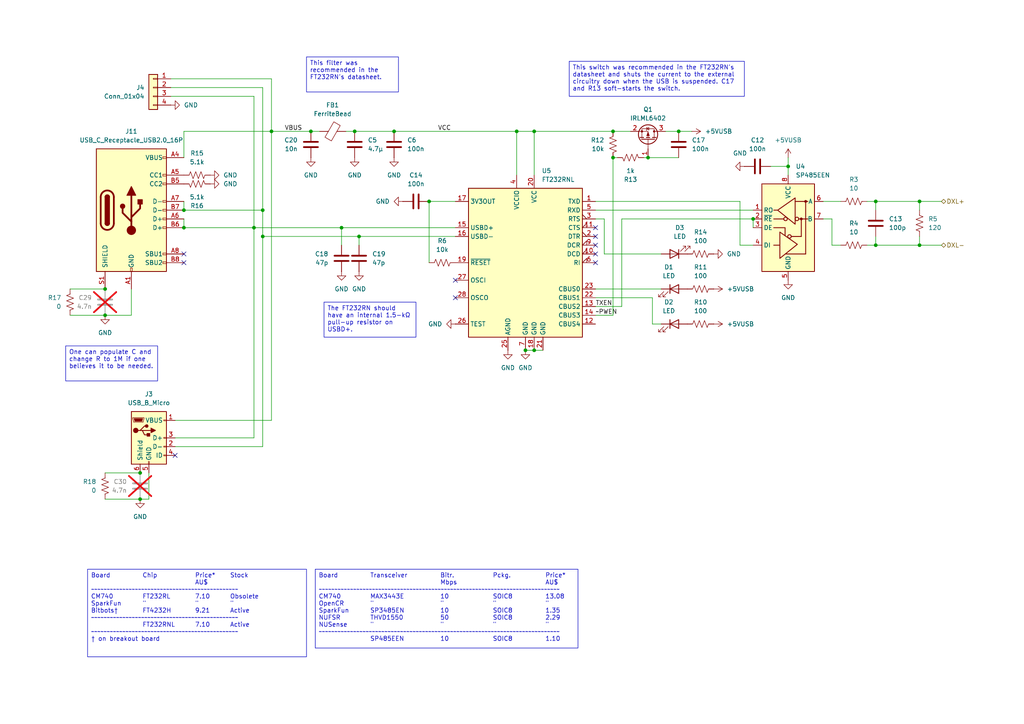
<source format=kicad_sch>
(kicad_sch (version 20231120) (generator "eeschema") (generator_version "8.0")
  (paper "A4")
  (lib_symbols
    (symbol "Connector:USB_B_Micro" (pin_names (offset 1.016))
      (property "Reference" "J" (at -5.08 11.43 0))
      (property "Value" "USB_B_Micro" (at -5.08 8.89 0))
      (symbol "USB_B_Micro_0_1"
        (rectangle (start -5.08 -7.62) (end 5.08 7.62) (stroke (width 0.254)) (fill (type background)))
        (circle (center -3.81 2.159) (radius 0.635) (stroke (width 0.254)) (fill (type outline)))
        (circle (center -0.635 3.429) (radius 0.381) (stroke (width 0.254)) (fill (type outline)))
        (rectangle (start -0.127 -7.62) (end 0.127 -6.858))
        (polyline (pts (xy -1.905 2.159) (xy 0.635 2.159)) (stroke (width 0.254)))
        (polyline (pts (xy -3.175 2.159) (xy -2.54 2.159) (xy -1.27 3.429) (xy -0.635 3.429)) (stroke (width 0.254)))
        (polyline (pts (xy -2.54 2.159) (xy -1.905 2.159) (xy -1.27 0.889) (xy 0 0.889)) (stroke (width 0.254)))
        (polyline (pts (xy 0.635 2.794) (xy 0.635 1.524) (xy 1.905 2.159) (xy 0.635 2.794)) (stroke (width 0.254)) (fill (type outline)))
        (polyline (pts (xy -4.318 5.588) (xy -1.778 5.588) (xy -2.032 4.826) (xy -4.064 4.826) (xy -4.318 5.588)) (fill (type outline)))
        (polyline (pts (xy -4.699 5.842) (xy -4.699 5.588) (xy -4.445 4.826) (xy -4.445 4.572) (xy -1.651 4.572) (xy -1.651 4.826) (xy -1.397 5.588) (xy -1.397 5.842) (xy -4.699 5.842)))
        (rectangle (start 0.254 1.27) (end -0.508 0.508) (stroke (width 0.254)) (fill (type outline)))
        (rectangle (start 5.08 -5.207) (end 4.318 -4.953))
        (rectangle (start 5.08 -2.667) (end 4.318 -2.413))
        (rectangle (start 5.08 -0.127) (end 4.318 0.127))
        (rectangle (start 5.08 4.953) (end 4.318 5.207))
      )
      (symbol "USB_B_Micro_1_1"
        (pin power_out line (at 7.62 5.08 180) (length 2.54) (name "VBUS") (number "1"))
        (pin bidirectional line (at 7.62 -2.54 180) (length 2.54) (name "D-") (number "2"))
        (pin bidirectional line (at 7.62 0 180) (length 2.54) (name "D+") (number "3"))
        (pin passive line (at 7.62 -5.08 180) (length 2.54) (name "ID") (number "4"))
        (pin power_out line (at 0 -10.16 90) (length 2.54) (name "GND") (number "5"))
        (pin passive line (at -2.54 -10.16 90) (length 2.54) (name "Shield") (number "6"))
      )
    )
    (symbol "Connector:USB_C_Receptacle_USB2.0_16P" (pin_names (offset 1.016))
      (property "Reference" "J" (at 0 22.225 0))
      (property "Value" "USB_C_Receptacle_USB2.0_16P" (at 0 19.685 0))
      (symbol "USB_C_Receptacle_USB2.0_16P_0_0"
        (rectangle (start -0.254 -17.78) (end 0.254 -16.764))
        (rectangle (start 10.16 -14.986) (end 9.144 -15.494))
        (rectangle (start 10.16 -12.446) (end 9.144 -12.954))
        (rectangle (start 10.16 -4.826) (end 9.144 -5.334))
        (rectangle (start 10.16 -2.286) (end 9.144 -2.794))
        (rectangle (start 10.16 0.254) (end 9.144 -0.254))
        (rectangle (start 10.16 2.794) (end 9.144 2.286))
        (rectangle (start 10.16 7.874) (end 9.144 7.366))
        (rectangle (start 10.16 10.414) (end 9.144 9.906))
        (rectangle (start 10.16 15.494) (end 9.144 14.986))
      )
      (symbol "USB_C_Receptacle_USB2.0_16P_0_1"
        (rectangle (start -10.16 17.78) (end 10.16 -17.78) (stroke (width 0.254)) (fill (type background)))
        (arc (start -8.89 -3.81) (mid -6.985 -5.7067) (end -5.08 -3.81) (stroke (width 0.508)))
        (arc (start -7.62 -3.81) (mid -6.985 -4.4423) (end -6.35 -3.81) (stroke (width 0.254)))
        (arc (start -7.62 -3.81) (mid -6.985 -4.4423) (end -6.35 -3.81) (stroke (width 0.254)) (fill (type outline)))
        (rectangle (start -7.62 -3.81) (end -6.35 3.81) (stroke (width 0.254)) (fill (type outline)))
        (arc (start -6.35 3.81) (mid -6.985 4.4423) (end -7.62 3.81) (stroke (width 0.254)))
        (arc (start -6.35 3.81) (mid -6.985 4.4423) (end -7.62 3.81) (stroke (width 0.254)) (fill (type outline)))
        (arc (start -5.08 3.81) (mid -6.985 5.7067) (end -8.89 3.81) (stroke (width 0.508)))
        (circle (center -2.54 1.143) (radius 0.635) (stroke (width 0.254)) (fill (type outline)))
        (circle (center 0 -5.842) (radius 1.27) (fill (type outline)))
        (polyline (pts (xy -8.89 -3.81) (xy -8.89 3.81)) (stroke (width 0.508)))
        (polyline (pts (xy -5.08 3.81) (xy -5.08 -3.81)) (stroke (width 0.508)))
        (polyline (pts (xy 0 -5.842) (xy 0 4.318)) (stroke (width 0.508)))
        (polyline (pts (xy 0 -3.302) (xy -2.54 -0.762) (xy -2.54 0.508)) (stroke (width 0.508)))
        (polyline (pts (xy 0 -2.032) (xy 2.54 0.508) (xy 2.54 1.778)) (stroke (width 0.508)))
        (polyline (pts (xy -1.27 4.318) (xy 0 6.858) (xy 1.27 4.318) (xy -1.27 4.318)) (stroke (width 0.254)) (fill (type outline)))
        (rectangle (start 1.905 1.778) (end 3.175 3.048) (stroke (width 0.254)) (fill (type outline)))
      )
      (symbol "USB_C_Receptacle_USB2.0_16P_1_1"
        (pin passive line (at 0 -22.86 90) (length 5.08) (name "GND") (number "A1"))
        (pin passive line (at 0 -22.86 90) (length 5.08) hide (name "GND") (number "A12"))
        (pin passive line (at 15.24 15.24 180) (length 5.08) (name "VBUS") (number "A4"))
        (pin bidirectional line (at 15.24 10.16 180) (length 5.08) (name "CC1") (number "A5"))
        (pin bidirectional line (at 15.24 -2.54 180) (length 5.08) (name "D+") (number "A6"))
        (pin bidirectional line (at 15.24 2.54 180) (length 5.08) (name "D-") (number "A7"))
        (pin bidirectional line (at 15.24 -12.7 180) (length 5.08) (name "SBU1") (number "A8"))
        (pin passive line (at 15.24 15.24 180) (length 5.08) hide (name "VBUS") (number "A9"))
        (pin passive line (at 0 -22.86 90) (length 5.08) hide (name "GND") (number "B1"))
        (pin passive line (at 0 -22.86 90) (length 5.08) hide (name "GND") (number "B12"))
        (pin passive line (at 15.24 15.24 180) (length 5.08) hide (name "VBUS") (number "B4"))
        (pin bidirectional line (at 15.24 7.62 180) (length 5.08) (name "CC2") (number "B5"))
        (pin bidirectional line (at 15.24 -5.08 180) (length 5.08) (name "D+") (number "B6"))
        (pin bidirectional line (at 15.24 0 180) (length 5.08) (name "D-") (number "B7"))
        (pin bidirectional line (at 15.24 -15.24 180) (length 5.08) (name "SBU2") (number "B8"))
        (pin passive line (at 15.24 15.24 180) (length 5.08) hide (name "VBUS") (number "B9"))
        (pin passive line (at -7.62 -22.86 90) (length 5.08) (name "SHIELD") (number "S1"))
      )
    )
    (symbol "Connector_Generic:Conn_01x04" (pin_names (offset 1.016) hide)
      (property "Reference" "J" (at 0 5.08 0))
      (property "Value" "Conn_01x04" (at 0 -7.62 0))
      (symbol "Conn_01x04_1_1"
        (rectangle (start -1.27 -4.953) (end 0 -5.207) (stroke (width 0.1524)))
        (rectangle (start -1.27 -2.413) (end 0 -2.667) (stroke (width 0.1524)))
        (rectangle (start -1.27 0.127) (end 0 -0.127) (stroke (width 0.1524)))
        (rectangle (start -1.27 2.667) (end 0 2.413) (stroke (width 0.1524)))
        (rectangle (start -1.27 3.81) (end 1.27 -6.35) (stroke (width 0.254)) (fill (type background)))
        (pin passive line (at -5.08 2.54 0) (length 3.81) (name "Pin_1") (number "1"))
        (pin passive line (at -5.08 0 0) (length 3.81) (name "Pin_2") (number "2"))
        (pin passive line (at -5.08 -2.54 0) (length 3.81) (name "Pin_3") (number "3"))
        (pin passive line (at -5.08 -5.08 0) (length 3.81) (name "Pin_4") (number "4"))
      )
    )
    (symbol "Device:C" (pin_numbers hide) (pin_names (offset 0.254))
      (property "Reference" "C" (at 0.635 2.54 0))
      (property "Value" "C" (at 0.635 -2.54 0))
      (symbol "C_0_1"
        (polyline (pts (xy -2.032 -0.762) (xy 2.032 -0.762)) (stroke (width 0.508)))
        (polyline (pts (xy -2.032 0.762) (xy 2.032 0.762)) (stroke (width 0.508)))
      )
      (symbol "C_1_1"
        (pin passive line (at 0 3.81 270) (length 2.794) (name "~") (number "1"))
        (pin passive line (at 0 -3.81 90) (length 2.794) (name "~") (number "2"))
      )
    )
    (symbol "Device:FerriteBead" (pin_numbers hide) (pin_names (offset 0))
      (property "Reference" "FB" (at -3.81 0.635 90))
      (property "Value" "FerriteBead" (at 3.81 0 90))
      (symbol "FerriteBead_0_1"
        (polyline (pts (xy 0 -1.27) (xy 0 -1.2192)))
        (polyline (pts (xy 0 1.27) (xy 0 1.2954)))
        (polyline (pts (xy -2.7686 0.4064) (xy -1.7018 2.2606) (xy 2.7686 -0.3048) (xy 1.6764 -2.159) (xy -2.7686 0.4064)))
      )
      (symbol "FerriteBead_1_1"
        (pin passive line (at 0 3.81 270) (length 2.54) (name "~") (number "1"))
        (pin passive line (at 0 -3.81 90) (length 2.54) (name "~") (number "2"))
      )
    )
    (symbol "Device:LED" (pin_numbers hide) (pin_names (offset 1.016) hide)
      (property "Reference" "D" (at 0 2.54 0))
      (property "Value" "LED" (at 0 -2.54 0))
      (symbol "LED_0_1"
        (polyline (pts (xy -1.27 -1.27) (xy -1.27 1.27)) (stroke (width 0.254)))
        (polyline (pts (xy -1.27 0) (xy 1.27 0)))
        (polyline (pts (xy 1.27 -1.27) (xy 1.27 1.27) (xy -1.27 0) (xy 1.27 -1.27)) (stroke (width 0.254)))
        (polyline (pts (xy -3.048 -0.762) (xy -4.572 -2.286) (xy -3.81 -2.286) (xy -4.572 -2.286) (xy -4.572 -1.524)))
        (polyline (pts (xy -1.778 -0.762) (xy -3.302 -2.286) (xy -2.54 -2.286) (xy -3.302 -2.286) (xy -3.302 -1.524)))
      )
      (symbol "LED_1_1"
        (pin passive line (at -3.81 0 0) (length 2.54) (name "K") (number "1"))
        (pin passive line (at 3.81 0 180) (length 2.54) (name "A") (number "2"))
      )
    )
    (symbol "Device:R_US" (pin_numbers hide) (pin_names (offset 0))
      (property "Reference" "R" (at 2.54 0 90))
      (property "Value" "R_US" (at -2.54 0 90))
      (symbol "R_US_0_1"
        (polyline (pts (xy 0 -2.286) (xy 0 -2.54)))
        (polyline (pts (xy 0 2.286) (xy 0 2.54)))
        (polyline (pts (xy 0 -0.762) (xy 1.016 -1.143) (xy 0 -1.524) (xy -1.016 -1.905) (xy 0 -2.286)))
        (polyline (pts (xy 0 0.762) (xy 1.016 0.381) (xy 0 0) (xy -1.016 -0.381) (xy 0 -0.762)))
        (polyline (pts (xy 0 2.286) (xy 1.016 1.905) (xy 0 1.524) (xy -1.016 1.143) (xy 0 0.762)))
      )
      (symbol "R_US_1_1"
        (pin passive line (at 0 3.81 270) (length 1.27) (name "~") (number "1"))
        (pin passive line (at 0 -3.81 90) (length 1.27) (name "~") (number "2"))
      )
    )
    (symbol "Interface_UART:SP3485EN"
      (property "Reference" "U" (at -7.62 13.97 0))
      (property "Value" "SP3485EN" (at 1.905 13.97 0))
      (symbol "SP3485EN_0_1"
        (rectangle (start -7.62 12.7) (end 7.62 -12.7) (stroke (width 0.254)) (fill (type background)))
        (polyline (pts (xy -4.191 2.54) (xy -1.27 2.54)) (stroke (width 0.254)))
        (polyline (pts (xy -2.54 -5.08) (xy -4.191 -5.08)) (stroke (width 0.254)))
        (polyline (pts (xy -0.635 -7.62) (xy 5.08 -7.62)) (stroke (width 0.254)))
        (polyline (pts (xy 0.889 -2.54) (xy 3.81 -2.54)) (stroke (width 0.254)))
        (polyline (pts (xy 2.032 7.62) (xy 5.715 7.62)) (stroke (width 0.254)))
        (polyline (pts (xy 3.048 2.54) (xy 5.715 2.54)) (stroke (width 0.254)))
        (polyline (pts (xy 3.81 -2.54) (xy 3.81 2.54)) (stroke (width 0.254)))
        (polyline (pts (xy 5.08 -7.62) (xy 5.08 7.62)) (stroke (width 0.254)))
        (polyline (pts (xy -4.191 0) (xy -0.889 0) (xy -0.889 -2.286)) (stroke (width 0.254)))
        (polyline (pts (xy -3.175 5.08) (xy -4.191 5.08) (xy -4.064 5.08)) (stroke (width 0.254)))
        (polyline (pts (xy -2.413 -5.08) (xy -2.413 -1.27) (xy 2.667 -4.826) (xy -2.413 -8.89) (xy -2.413 -5.08)) (stroke (width 0.254)))
        (circle (center 0.381 -2.54) (radius 0.508) (stroke (width 0.254)))
        (circle (center 3.81 2.54) (radius 0.2794) (stroke (width 0.254)) (fill (type outline)))
      )
      (symbol "SP3485EN_1_1"
        (circle (center -0.762 2.54) (radius 0.508) (stroke (width 0.254)))
        (polyline (pts (xy 2.032 4.826) (xy 2.032 8.636) (xy -3.048 5.08) (xy 2.032 1.016) (xy 2.032 4.826)) (stroke (width 0.254)))
        (circle (center 2.54 2.54) (radius 0.508) (stroke (width 0.254)))
        (circle (center 5.08 7.62) (radius 0.2794) (stroke (width 0.254)) (fill (type outline)))
        (pin output line (at -10.16 5.08 0) (length 2.54) (name "RO") (number "1"))
        (pin input line (at -10.16 2.54 0) (length 2.54) (name "~{RE}") (number "2"))
        (pin input line (at -10.16 0 0) (length 2.54) (name "DE") (number "3"))
        (pin input line (at -10.16 -5.08 0) (length 2.54) (name "DI") (number "4"))
        (pin power_in line (at 0 -15.24 90) (length 2.54) (name "GND") (number "5"))
        (pin bidirectional line (at 10.16 7.62 180) (length 2.54) (name "A") (number "6"))
        (pin bidirectional line (at 10.16 2.54 180) (length 2.54) (name "B") (number "7"))
        (pin power_in line (at 0 15.24 270) (length 2.54) (name "VCC") (number "8"))
      )
    )
    (symbol "Interface_USB:FT232RL"
      (property "Reference" "U" (at -16.51 22.86 0))
      (property "Value" "FT232RL" (at 10.16 22.86 0))
      (symbol "FT232RL_0_1"
        (rectangle (start -16.51 21.59) (end 16.51 -21.59) (stroke (width 0.254)) (fill (type background)))
      )
      (symbol "FT232RL_1_1"
        (pin output line (at 20.32 17.78 180) (length 3.81) (name "TXD") (number "1"))
        (pin input input_low (at 20.32 2.54 180) (length 3.81) (name "DCD") (number "10"))
        (pin input input_low (at 20.32 10.16 180) (length 3.81) (name "CTS") (number "11"))
        (pin bidirectional line (at 20.32 -17.78 180) (length 3.81) (name "CBUS4") (number "12"))
        (pin bidirectional line (at 20.32 -12.7 180) (length 3.81) (name "CBUS2") (number "13"))
        (pin bidirectional line (at 20.32 -15.24 180) (length 3.81) (name "CBUS3") (number "14"))
        (pin bidirectional line (at -20.32 10.16 0) (length 3.81) (name "USBD+") (number "15"))
        (pin bidirectional line (at -20.32 7.62 0) (length 3.81) (name "USBD-") (number "16"))
        (pin power_out line (at -20.32 17.78 0) (length 3.81) (name "3V3OUT") (number "17"))
        (pin power_in line (at 2.54 -25.4 90) (length 3.81) (name "GND") (number "18"))
        (pin input line (at -20.32 0 0) (length 3.81) (name "~{RESET}") (number "19"))
        (pin output output_low (at 20.32 7.62 180) (length 3.81) (name "DTR") (number "2"))
        (pin power_in line (at 2.54 25.4 270) (length 3.81) (name "VCC") (number "20"))
        (pin power_in line (at 5.08 -25.4 90) (length 3.81) (name "GND") (number "21"))
        (pin bidirectional line (at 20.32 -10.16 180) (length 3.81) (name "CBUS1") (number "22"))
        (pin bidirectional line (at 20.32 -7.62 180) (length 3.81) (name "CBUS0") (number "23"))
        (pin power_in line (at -5.08 -25.4 90) (length 3.81) (name "AGND") (number "25"))
        (pin input line (at -20.32 -17.78 0) (length 3.81) (name "TEST") (number "26"))
        (pin input line (at -20.32 -5.08 0) (length 3.81) (name "OSCI") (number "27"))
        (pin output line (at -20.32 -10.16 0) (length 3.81) (name "OSCO") (number "28"))
        (pin output output_low (at 20.32 12.7 180) (length 3.81) (name "RTS") (number "3"))
        (pin power_in line (at -2.54 25.4 270) (length 3.81) (name "VCCIO") (number "4"))
        (pin input line (at 20.32 15.24 180) (length 3.81) (name "RXD") (number "5"))
        (pin input input_low (at 20.32 0 180) (length 3.81) (name "RI") (number "6"))
        (pin power_in line (at 0 -25.4 90) (length 3.81) (name "GND") (number "7"))
        (pin input input_low (at 20.32 5.08 180) (length 3.81) (name "DCR") (number "9"))
      )
    )
    (symbol "Transistor_FET:IRLML6402" (pin_names hide)
      (property "Reference" "Q" (at 5.08 1.905 0))
      (property "Value" "IRLML6402" (at 5.08 0 0))
      (symbol "IRLML6402_0_1"
        (polyline (pts (xy 0.254 0) (xy -2.54 0)))
        (polyline (pts (xy 0.254 1.905) (xy 0.254 -1.905)) (stroke (width 0.254)))
        (polyline (pts (xy 0.762 -1.27) (xy 0.762 -2.286)) (stroke (width 0.254)))
        (polyline (pts (xy 0.762 0.508) (xy 0.762 -0.508)) (stroke (width 0.254)))
        (polyline (pts (xy 0.762 2.286) (xy 0.762 1.27)) (stroke (width 0.254)))
        (polyline (pts (xy 2.54 2.54) (xy 2.54 1.778)))
        (polyline (pts (xy 2.54 -2.54) (xy 2.54 0) (xy 0.762 0)))
        (polyline (pts (xy 0.762 1.778) (xy 3.302 1.778) (xy 3.302 -1.778) (xy 0.762 -1.778)))
        (polyline (pts (xy 2.286 0) (xy 1.27 0.381) (xy 1.27 -0.381) (xy 2.286 0)) (fill (type outline)))
        (polyline (pts (xy 2.794 -0.508) (xy 2.921 -0.381) (xy 3.683 -0.381) (xy 3.81 -0.254)))
        (polyline (pts (xy 3.302 -0.381) (xy 2.921 0.254) (xy 3.683 0.254) (xy 3.302 -0.381)))
        (circle (center 1.651 0) (radius 2.794) (stroke (width 0.254)))
        (circle (center 2.54 -1.778) (radius 0.254) (fill (type outline)))
        (circle (center 2.54 1.778) (radius 0.254) (fill (type outline)))
      )
      (symbol "IRLML6402_1_1"
        (pin input line (at -5.08 0 0) (length 2.54) (name "G") (number "1"))
        (pin passive line (at 2.54 -5.08 90) (length 2.54) (name "S") (number "2"))
        (pin passive line (at 2.54 5.08 270) (length 2.54) (name "D") (number "3"))
      )
    )
    (symbol "power:+3.3VP" (power) (pin_numbers hide) (pin_names (offset 0) hide)
      (property "Value" "+3.3VP" (at 0 3.556 0))
      (symbol "+3.3VP_0_0"
        (pin power_in line (at 0 0 90) (length 0) (name "~") (number "1"))
      )
      (symbol "+3.3VP_0_1"
        (polyline (pts (xy -0.762 1.27) (xy 0 2.54)))
        (polyline (pts (xy 0 0) (xy 0 2.54)))
        (polyline (pts (xy 0 2.54) (xy 0.762 1.27)))
      )
    )
    (symbol "power:GND" (power) (pin_numbers hide) (pin_names (offset 0) hide)
      (property "Value" "GND" (at 0 -3.81 0))
      (symbol "GND_0_1"
        (polyline (pts (xy 0 0) (xy 0 -1.27) (xy 1.27 -1.27) (xy 0 -2.54) (xy -1.27 -1.27) (xy 0 -1.27)))
      )
      (symbol "GND_1_1"
        (pin power_in line (at 0 0 270) (length 0) (name "~") (number "1"))
      )
    )
  )
  (junction (at 102.87 38.1))
  (junction (at 76.2 68.58))
  (junction (at 73.66 66.04))
  (junction (at 254 58.42))
  (junction (at 90.17 38.1))
  (junction (at 266.7 71.12))
  (junction (at 30.48 83.82))
  (junction (at 154.94 38.1))
  (junction (at 30.48 91.44))
  (junction (at 40.64 144.78))
  (junction (at 187.96 45.72))
  (junction (at 114.3 38.1))
  (junction (at 78.74 38.1))
  (junction (at 218.44 63.5))
  (junction (at 228.6 48.26))
  (junction (at 254 71.12))
  (junction (at 266.7 58.42))
  (junction (at 99.06 66.04))
  (junction (at 149.86 38.1))
  (junction (at 40.64 137.16))
  (junction (at 154.94 101.6))
  (junction (at 53.34 60.96))
  (junction (at 76.2 60.96))
  (junction (at 177.8 45.72))
  (junction (at 177.8 38.1))
  (junction (at 152.4 101.6))
  (junction (at 196.85 38.1))
  (junction (at 53.34 66.04))
  (junction (at 104.14 68.58))
  (junction (at 124.46 58.42))
  (no_connect (at 172.72 68.58))
  (no_connect (at 172.72 73.66))
  (no_connect (at 172.72 66.04))
  (no_connect (at 53.34 73.66))
  (no_connect (at 53.34 76.2))
  (no_connect (at 132.08 86.36))
  (no_connect (at 132.08 81.28))
  (no_connect (at 172.72 71.12))
  (no_connect (at 50.8 132.08))
  (no_connect (at 172.72 76.2))
  (wire (pts (xy 50.8 129.54) (xy 76.2 129.54)))
  (wire (pts (xy 38.1 83.82) (xy 38.1 91.44)))
  (wire (pts (xy 49.53 25.4) (xy 76.2 25.4)))
  (wire (pts (xy 254 58.42) (xy 266.7 58.42)))
  (wire (pts (xy 154.94 101.6) (xy 157.48 101.6)))
  (wire (pts (xy 76.2 25.4) (xy 76.2 60.96)))
  (wire (pts (xy 241.3 71.12) (xy 243.84 71.12)))
  (wire (pts (xy 266.7 58.42) (xy 273.05 58.42)))
  (wire (pts (xy 49.53 27.94) (xy 73.66 27.94)))
  (wire (pts (xy 154.94 38.1) (xy 154.94 50.8)))
  (wire (pts (xy 251.46 71.12) (xy 254 71.12)))
  (wire (pts (xy 99.06 66.04) (xy 132.08 66.04)))
  (wire (pts (xy 40.64 144.78) (xy 43.18 144.78)))
  (wire (pts (xy 38.1 91.44) (xy 30.48 91.44)))
  (wire (pts (xy 30.48 137.16) (xy 40.64 137.16)))
  (wire (pts (xy 78.74 38.1) (xy 90.17 38.1)))
  (wire (pts (xy 53.34 38.1) (xy 78.74 38.1)))
  (wire (pts (xy 172.72 60.96) (xy 218.44 60.96)))
  (wire (pts (xy 73.66 27.94) (xy 73.66 66.04)))
  (wire (pts (xy 266.7 58.42) (xy 266.7 60.96)))
  (wire (pts (xy 214.63 71.12) (xy 218.44 71.12)))
  (wire (pts (xy 238.76 63.5) (xy 241.3 63.5)))
  (wire (pts (xy 104.14 68.58) (xy 76.2 68.58)))
  (wire (pts (xy 196.85 38.1) (xy 200.66 38.1)))
  (wire (pts (xy 189.23 93.98) (xy 191.77 93.98)))
  (wire (pts (xy 228.6 45.72) (xy 228.6 48.26)))
  (wire (pts (xy 20.32 83.82) (xy 30.48 83.82)))
  (wire (pts (xy 218.44 63.5) (xy 218.44 66.04)))
  (wire (pts (xy 30.48 144.78) (xy 40.64 144.78)))
  (wire (pts (xy 172.72 83.82) (xy 191.77 83.82)))
  (wire (pts (xy 238.76 58.42) (xy 243.84 58.42)))
  (wire (pts (xy 154.94 38.1) (xy 177.8 38.1)))
  (wire (pts (xy 180.34 63.5) (xy 180.34 88.9)))
  (wire (pts (xy 187.96 45.72) (xy 196.85 45.72)))
  (wire (pts (xy 149.86 38.1) (xy 149.86 50.8)))
  (wire (pts (xy 254 58.42) (xy 254 60.96)))
  (wire (pts (xy 177.8 38.1) (xy 182.88 38.1)))
  (wire (pts (xy 114.3 38.1) (xy 149.86 38.1)))
  (wire (pts (xy 124.46 58.42) (xy 124.46 76.2)))
  (wire (pts (xy 180.34 88.9) (xy 172.72 88.9)))
  (wire (pts (xy 124.46 58.42) (xy 132.08 58.42)))
  (wire (pts (xy 223.52 48.26) (xy 228.6 48.26)))
  (wire (pts (xy 266.7 71.12) (xy 273.05 71.12)))
  (wire (pts (xy 78.74 22.86) (xy 78.74 38.1)))
  (wire (pts (xy 43.18 144.78) (xy 43.18 137.16)))
  (wire (pts (xy 50.8 127) (xy 73.66 127)))
  (wire (pts (xy 73.66 127) (xy 73.66 66.04)))
  (wire (pts (xy 53.34 66.04) (xy 73.66 66.04)))
  (wire (pts (xy 175.26 73.66) (xy 191.77 73.66)))
  (wire (pts (xy 152.4 101.6) (xy 154.94 101.6)))
  (wire (pts (xy 172.72 91.44) (xy 177.8 91.44)))
  (wire (pts (xy 90.17 38.1) (xy 92.71 38.1)))
  (wire (pts (xy 266.7 68.58) (xy 266.7 71.12)))
  (wire (pts (xy 214.63 58.42) (xy 214.63 71.12)))
  (wire (pts (xy 49.53 22.86) (xy 78.74 22.86)))
  (wire (pts (xy 193.04 38.1) (xy 196.85 38.1)))
  (wire (pts (xy 175.26 63.5) (xy 175.26 73.66)))
  (wire (pts (xy 254 71.12) (xy 266.7 71.12)))
  (wire (pts (xy 251.46 58.42) (xy 254 58.42)))
  (wire (pts (xy 99.06 66.04) (xy 99.06 71.12)))
  (wire (pts (xy 189.23 86.36) (xy 189.23 93.98)))
  (wire (pts (xy 53.34 38.1) (xy 53.34 45.72)))
  (wire (pts (xy 100.33 38.1) (xy 102.87 38.1)))
  (wire (pts (xy 104.14 68.58) (xy 104.14 71.12)))
  (wire (pts (xy 172.72 63.5) (xy 175.26 63.5)))
  (wire (pts (xy 172.72 86.36) (xy 189.23 86.36)))
  (wire (pts (xy 53.34 63.5) (xy 53.34 66.04)))
  (wire (pts (xy 102.87 38.1) (xy 114.3 38.1)))
  (wire (pts (xy 254 68.58) (xy 254 71.12)))
  (wire (pts (xy 76.2 60.96) (xy 53.34 60.96)))
  (wire (pts (xy 228.6 48.26) (xy 228.6 50.8)))
  (wire (pts (xy 180.34 63.5) (xy 218.44 63.5)))
  (wire (pts (xy 78.74 121.92) (xy 78.74 38.1)))
  (wire (pts (xy 20.32 91.44) (xy 30.48 91.44)))
  (wire (pts (xy 50.8 121.92) (xy 78.74 121.92)))
  (wire (pts (xy 53.34 58.42) (xy 53.34 60.96)))
  (wire (pts (xy 177.8 91.44) (xy 177.8 45.72)))
  (wire (pts (xy 73.66 66.04) (xy 99.06 66.04)))
  (wire (pts (xy 177.8 45.72) (xy 179.07 45.72)))
  (wire (pts (xy 186.69 45.72) (xy 187.96 45.72)))
  (wire (pts (xy 149.86 38.1) (xy 154.94 38.1)))
  (wire (pts (xy 104.14 68.58) (xy 132.08 68.58)))
  (wire (pts (xy 241.3 63.5) (xy 241.3 71.12)))
  (wire (pts (xy 76.2 68.58) (xy 76.2 129.54)))
  (wire (pts (xy 76.2 68.58) (xy 76.2 60.96)))
  (wire (pts (xy 172.72 58.42) (xy 214.63 58.42)))
  (text_box "Board		Transceiver		Bitr.		Pckg.		Price*\n							Mbps					AU$	\n~~~~~~~~~~~~~~~~~~~~~~~~~~~~~~~~~~~~~~~~~~~~~~~~~~~~~~~~~~~~~~~~~~~~~~~~~~~~~\nCM740		MAX3443E		10			SOIC8		13.08\nOpenCR		\"				\"			\"			\"\nSparkFun	SP3485EN		10			SOIC8		1.35\nNUFSR		THVD1550		50			SOIC8		2.29\nNUSense		\"				\"			\"			\"\n~~~~~~~~~~~~~~~~~~~~~~~~~~~~~~~~~~~~~~~~~~~~~~~~~~~~~~~~~~~~~~~~~~~~~~~~~~~~~\n			SP485EEN		10			SOIC8		1.10" (at 91.44 165.1 0) (size 76.2 22.86) (effects (font (size 1.27 1.27)) (justify left top)))
  (text_box "The FT232RN should have an internal 1.5-kΩ pull-up resistor on USBD+. " (at 93.98 87.63 0) (size 26.67 10.16) (effects (font (size 1.27 1.27)) (justify left top)))
  (text_box "This filter was recommended in the FT232RN's datasheet." (at 88.9 16.51 0) (size 26.67 10.16) (effects (font (size 1.27 1.27)) (justify left top)))
  (text_box "This switch was recommended in the FT232RN's datasheet and shuts the current to the external circuitry down when the USB is suspended. C17 and R13 soft-starts the switch." (at 165.1 17.78 0) (size 50.8 10.16) (effects (font (size 1.27 1.27)) (justify left top)))
  (text_box "Board		Chip		Price*	Stock\n						AU$	\n~~~~~~~~~~~~~~~~~~~~~~~~~~~~~~~~~~~~~~~~~~~~~~~\nCM740		FT232RL		7.10	Obsolete\nSparkFun	\"			\"		\"\nBitbots†	FT4232H		9.21	Active\n~~~~~~~~~~~~~~~~~~~~~~~~~~~~~~~~~~~~~~~~~~~~~~~\n			FT232RNL	7.10	Active\n~~~~~~~~~~~~~~~~~~~~~~~~~~~~~~~~~~~~~~~~~~~~~~~\n† on breakout board" (at 25.4 165.1 0) (size 63.5 25.4) (effects (font (size 1.27 1.27)) (justify left top)))
  (text_box "One can populate C and change R to 1M if one believes it to be needed." (at 19.05 100.33 0) (size 26.67 10.16) (effects (font (size 1.27 1.27)) (justify left top)))
  (label "TXEN" (at 172.72 88.9 0))
  (label "~PWEN" (at 172.72 91.44 0))
  (label "VBUS" (at 82.55 38.1 0))
  (label "VCC" (at 127 38.1 0))
  (hierarchical_label "DXL+" (shape tri_state) (at 273.05 58.42 0))
  (hierarchical_label "DXL-" (shape tri_state) (at 273.05 71.12 0))
  (symbol (lib_id "Device:R_US") (at 128.27 76.2 90) (unit 1)
    (property "Reference" "R6" (at 128.27 69.85 90))
    (property "Value" "10k" (at 128.27 72.39 90))
    (property "Footprint" "Resistor_SMD:R_0603_1608Metric" (effects (hide yes)))
    (property "Description" "Resistor, US symbol" (effects (hide yes)))
  )
  (symbol (lib_id "Connector:USB_C_Receptacle_USB2.0_16P") (at 38.1 60.96 0) (unit 1)
    (property "Reference" "J11" (at 38.1 38.1 0))
    (property "Value" "USB_C_Receptacle_USB2.0_16P" (at 38.1 40.64 0))
    (property "Footprint" "Connector_USB:USB_C_Receptacle_GCT_USB4105-xx-A_16P_TopMnt_Horizontal" (effects (hide yes)))
    (property "Datasheet" "https://www.usb.org/sites/default/files/documents/usb_type-c.zip" (effects (hide yes)))
    (property "Description" "USB 2.0-only 16P Type-C Receptacle connector" (effects (hide yes)))
  )
  (symbol (lib_id "Device:C") (at 254 64.77 0) (unit 1)
    (property "Reference" "C13" (at 257.81 63.4999 0) (effects (justify left)))
    (property "Value" "100p" (at 257.81 66.0399 0) (effects (justify left)))
    (property "Footprint" "Capacitor_SMD:C_0603_1608Metric" (effects (hide yes)))
    (property "Description" "Unpolarized capacitor" (effects (hide yes)))
  )
  (symbol (lib_id "Device:C") (at 114.3 41.91 180) (unit 1)
    (property "Reference" "C6" (at 118.11 40.6399 0) (effects (justify right)))
    (property "Value" "100n" (at 118.11 43.1799 0) (effects (justify right)))
    (property "Footprint" "Capacitor_SMD:C_0603_1608Metric" (effects (hide yes)))
    (property "Description" "Unpolarized capacitor" (effects (hide yes)))
  )
  (symbol (lib_id "power:+3.3VP") (at 228.6 45.72 0) (unit 1)
    (property "Reference" "#PWR023" (effects (hide yes)))
    (property "Value" "+5VUSB" (at 228.6 40.64 0))
    (property "Description" "Power symbol creates a global label with name \"+3.3VP\"" (effects (hide yes)))
  )
  (symbol (lib_id "power:GND") (at 228.6 81.28 0) (unit 1)
    (property "Reference" "#PWR026" (effects (hide yes)))
    (property "Value" "GND" (at 228.6 86.36 0))
    (property "Description" "Power symbol creates a global label with name \"GND\" , ground" (effects (hide yes)))
  )
  (symbol (lib_id "Device:R_US") (at 57.15 53.34 270) (mirror x) (unit 1)
    (property "Reference" "R16" (at 57.15 59.69 90))
    (property "Value" "5.1k" (at 57.15 57.15 90))
    (property "Footprint" "Resistor_SMD:R_0201_0603Metric" (effects (hide yes)))
    (property "Description" "Resistor, US symbol" (effects (hide yes)))
  )
  (symbol (lib_id "Device:LED") (at 195.58 83.82 0) (unit 1)
    (property "Reference" "D1" (at 193.9925 77.47 0))
    (property "Value" "LED" (at 193.9925 80.01 0))
    (property "Footprint" "LED_SMD:LED_0805_2012Metric" (effects (hide yes)))
    (property "Description" "Light emitting diode" (effects (hide yes)))
  )
  (symbol (lib_id "Device:C") (at 219.71 48.26 270) (unit 1)
    (property "Reference" "C12" (at 219.71 40.64 90))
    (property "Value" "100n" (at 219.71 43.18 90))
    (property "Footprint" "Capacitor_SMD:C_0603_1608Metric" (effects (hide yes)))
    (property "Description" "Unpolarized capacitor" (effects (hide yes)))
  )
  (symbol (lib_id "power:GND") (at 152.4 101.6 0) (unit 1)
    (property "Reference" "#PWR027" (effects (hide yes)))
    (property "Value" "GND" (at 152.4 106.68 0))
    (property "Description" "Power symbol creates a global label with name \"GND\" , ground" (effects (hide yes)))
  )
  (symbol (lib_id "Device:C") (at 196.85 41.91 0) (unit 1)
    (property "Reference" "C17" (at 200.66 40.6399 0) (effects (justify left)))
    (property "Value" "100n" (at 200.66 43.1799 0) (effects (justify left)))
    (property "Footprint" "Capacitor_SMD:C_0603_1608Metric" (effects (hide yes)))
    (property "Description" "Unpolarized capacitor" (effects (hide yes)))
  )
  (symbol (lib_id "Device:FerriteBead") (at 96.52 38.1 90) (unit 1)
    (property "Reference" "FB1" (at 96.4692 30.48 90))
    (property "Value" "FerriteBead" (at 96.4692 33.02 90))
    (property "Footprint" "Inductor_SMD:L_0603_1608Metric" (effects (hide yes)))
    (property "Description" "Ferrite bead" (effects (hide yes)))
  )
  (symbol (lib_id "Device:C") (at 102.87 41.91 180) (unit 1)
    (property "Reference" "C5" (at 106.68 40.6399 0) (effects (justify right)))
    (property "Value" "4.7μ" (at 106.68 43.1799 0) (effects (justify right)))
    (property "Footprint" "Capacitor_SMD:C_0805_2012Metric" (effects (hide yes)))
    (property "Description" "Unpolarized capacitor" (effects (hide yes)))
  )
  (symbol (lib_id "Interface_USB:FT232RL") (at 152.4 76.2 0) (unit 1)
    (property "Reference" "U5" (at 157.1341 49.53 0) (effects (justify left)))
    (property "Value" "FT232RNL" (at 157.1341 52.07 0) (effects (justify left)))
    (property "Footprint" "Package_SO:SSOP-28_5.3x10.2mm_P0.65mm" (effects (hide yes)))
    (property "Datasheet" "https://www.ftdichip.com/Support/Documents/DataSheets/ICs/DS_FT232R.pdf" (effects (hide yes)))
    (property "Description" "USB to Serial Interface, SSOP-28" (effects (hide yes)))
  )
  (symbol (lib_id "power:GND") (at 40.64 144.78 0) (unit 1)
    (property "Reference" "#PWR055" (effects (hide yes)))
    (property "Value" "GND" (at 40.64 149.86 0))
    (property "Description" "Power symbol creates a global label with name \"GND\" , ground" (effects (hide yes)))
  )
  (symbol (lib_id "power:GND") (at 147.32 101.6 0) (unit 1)
    (property "Reference" "#PWR028" (effects (hide yes)))
    (property "Value" "GND" (at 147.32 106.68 0))
    (property "Description" "Power symbol creates a global label with name \"GND\" , ground" (effects (hide yes)))
  )
  (symbol (lib_id "Device:R_US") (at 203.2 93.98 90) (unit 1)
    (property "Reference" "R10" (at 203.2 87.63 90))
    (property "Value" "100" (at 203.2 90.17 90))
    (property "Footprint" "Resistor_SMD:R_0201_0603Metric" (effects (hide yes)))
    (property "Description" "Resistor, US symbol" (effects (hide yes)))
  )
  (symbol (lib_id "Connector_Generic:Conn_01x04") (at 44.45 25.4 0) (mirror y) (unit 1)
    (property "Reference" "J4" (at 41.91 25.3999 0) (effects (justify left)))
    (property "Value" "Conn_01x04" (at 41.91 27.9399 0) (effects (justify left)))
    (property "Footprint" "Connector_Molex:Molex_PicoBlade_53047-0410_1x04_P1.25mm_Vertical" (effects (hide yes)))
    (property "Description" "Generic connector, single row, 01x04, script generated (kicad-library-utils/schlib/autogen/connector/)" (effects (hide yes)))
  )
  (symbol (lib_id "power:GND") (at 132.08 93.98 270) (unit 1)
    (property "Reference" "#PWR032" (effects (hide yes)))
    (property "Value" "GND" (at 128.27 93.9799 90) (effects (justify right)))
    (property "Description" "Power symbol creates a global label with name \"GND\" , ground" (effects (hide yes)))
  )
  (symbol (lib_id "Device:C") (at 90.17 41.91 0) (mirror x) (unit 1)
    (property "Reference" "C20" (at 86.36 40.6399 0) (effects (justify right)))
    (property "Value" "10n" (at 86.36 43.1799 0) (effects (justify right)))
    (property "Footprint" "Capacitor_SMD:C_0603_1608Metric" (effects (hide yes)))
    (property "Description" "Unpolarized capacitor" (effects (hide yes)))
  )
  (symbol (lib_id "Device:R_US") (at 266.7 64.77 0) (unit 1)
    (property "Reference" "R5" (at 269.24 63.4999 0) (effects (justify left)))
    (property "Value" "120" (at 269.24 66.0399 0) (effects (justify left)))
    (property "Footprint" "Resistor_SMD:R_0603_1608Metric" (effects (hide yes)))
    (property "Description" "Resistor, US symbol" (effects (hide yes)))
  )
  (symbol (lib_id "Device:R_US") (at 247.65 58.42 90) (unit 1)
    (property "Reference" "R3" (at 247.65 52.07 90))
    (property "Value" "10" (at 247.65 54.61 90))
    (property "Footprint" "Resistor_SMD:R_0603_1608Metric" (effects (hide yes)))
    (property "Description" "Resistor, US symbol" (effects (hide yes)))
  )
  (symbol (lib_id "Connector:USB_B_Micro") (at 43.18 127 0) (unit 1)
    (property "Reference" "J3" (at 43.18 114.3 0))
    (property "Value" "USB_B_Micro" (at 43.18 116.84 0))
    (property "Footprint" "Connector_USB:USB_Micro-B_GCT_USB3076-30-A" (effects (hide yes)))
    (property "Description" "USB Micro Type B connector" (effects (hide yes)))
  )
  (symbol (lib_id "Device:R_US") (at 30.48 140.97 0) (mirror y) (unit 1)
    (property "Reference" "R18" (at 27.94 139.6999 0) (effects (justify left)))
    (property "Value" "0" (at 27.94 142.2399 0) (effects (justify left)))
    (property "Footprint" "Resistor_SMD:R_0603_1608Metric" (effects (hide yes)))
    (property "Description" "Resistor, US symbol" (effects (hide yes)))
  )
  (symbol (lib_id "Device:R_US") (at 247.65 71.12 90) (unit 1)
    (property "Reference" "R4" (at 247.65 64.77 90))
    (property "Value" "10" (at 247.65 67.31 90))
    (property "Footprint" "Resistor_SMD:R_0603_1608Metric" (effects (hide yes)))
    (property "Description" "Resistor, US symbol" (effects (hide yes)))
  )
  (symbol (lib_id "Device:C") (at 40.64 140.97 0) (mirror x) (unit 1) (dnp yes)
    (property "Reference" "C30" (at 36.83 139.6999 0) (effects (justify right)))
    (property "Value" "4.7n" (at 36.83 142.2399 0) (effects (justify right)))
    (property "Footprint" "Capacitor_SMD:C_0603_1608Metric" (effects (hide yes)))
    (property "Description" "Unpolarized capacitor" (effects (hide yes)))
  )
  (symbol (lib_id "Device:C") (at 30.48 87.63 0) (mirror x) (unit 1) (dnp yes)
    (property "Reference" "C29" (at 26.67 86.3599 0) (effects (justify right)))
    (property "Value" "4.7n" (at 26.67 88.8999 0) (effects (justify right)))
    (property "Footprint" "Capacitor_SMD:C_0603_1608Metric" (effects (hide yes)))
    (property "Description" "Unpolarized capacitor" (effects (hide yes)))
  )
  (symbol (lib_id "power:GND") (at 114.3 45.72 0) (unit 1)
    (property "Reference" "#PWR011" (effects (hide yes)))
    (property "Value" "GND" (at 114.3 50.8 0))
    (property "Description" "Power symbol creates a global label with name \"GND\" , ground" (effects (hide yes)))
  )
  (symbol (lib_id "power:GND") (at 60.96 50.8 90) (unit 1)
    (property "Reference" "#PWR031" (effects (hide yes)))
    (property "Value" "GND" (at 64.77 50.7999 90) (effects (justify right)))
    (property "Description" "Power symbol creates a global label with name \"GND\" , ground" (effects (hide yes)))
  )
  (symbol (lib_id "power:GND") (at 207.01 73.66 90) (unit 1)
    (property "Reference" "#PWR037" (effects (hide yes)))
    (property "Value" "GND" (at 210.82 73.6599 90) (effects (justify right)))
    (property "Description" "Power symbol creates a global label with name \"GND\" , ground" (effects (hide yes)))
  )
  (symbol (lib_id "power:GND") (at 30.48 91.44 0) (unit 1)
    (property "Reference" "#PWR054" (effects (hide yes)))
    (property "Value" "GND" (at 30.48 96.52 0))
    (property "Description" "Power symbol creates a global label with name \"GND\" , ground" (effects (hide yes)))
  )
  (symbol (lib_id "power:GND") (at 60.96 53.34 90) (unit 1)
    (property "Reference" "#PWR053" (effects (hide yes)))
    (property "Value" "GND" (at 64.77 53.3399 90) (effects (justify right)))
    (property "Description" "Power symbol creates a global label with name \"GND\" , ground" (effects (hide yes)))
  )
  (symbol (lib_id "Device:C") (at 120.65 58.42 90) (unit 1)
    (property "Reference" "C14" (at 120.65 50.8 90))
    (property "Value" "100n" (at 120.65 53.34 90))
    (property "Footprint" "Capacitor_SMD:C_0603_1608Metric" (effects (hide yes)))
    (property "Description" "Unpolarized capacitor" (effects (hide yes)))
  )
  (symbol (lib_id "Device:R_US") (at 203.2 83.82 90) (unit 1)
    (property "Reference" "R11" (at 203.2 77.47 90))
    (property "Value" "100" (at 203.2 80.01 90))
    (property "Footprint" "Resistor_SMD:R_0201_0603Metric" (effects (hide yes)))
    (property "Description" "Resistor, US symbol" (effects (hide yes)))
  )
  (symbol (lib_id "Device:C") (at 104.14 74.93 180) (unit 1)
    (property "Reference" "C19" (at 107.95 73.6599 0) (effects (justify right)))
    (property "Value" "47p" (at 107.95 76.1999 0) (effects (justify right)))
    (property "Footprint" "Capacitor_SMD:C_0603_1608Metric" (effects (hide yes)))
    (property "Description" "Unpolarized capacitor" (effects (hide yes)))
  )
  (symbol (lib_id "Device:R_US") (at 20.32 87.63 0) (mirror y) (unit 1)
    (property "Reference" "R17" (at 17.78 86.3599 0) (effects (justify left)))
    (property "Value" "0" (at 17.78 88.8999 0) (effects (justify left)))
    (property "Footprint" "Resistor_SMD:R_0603_1608Metric" (effects (hide yes)))
    (property "Description" "Resistor, US symbol" (effects (hide yes)))
  )
  (symbol (lib_id "power:+3.3VP") (at 207.01 93.98 270) (unit 1)
    (property "Reference" "#PWR029" (effects (hide yes)))
    (property "Value" "+5VUSB" (at 210.82 93.9799 90) (effects (justify left)))
    (property "Description" "Power symbol creates a global label with name \"+3.3VP\"" (effects (hide yes)))
  )
  (symbol (lib_id "Device:R_US") (at 177.8 41.91 0) (mirror y) (unit 1)
    (property "Reference" "R12" (at 175.26 40.6399 0) (effects (justify left)))
    (property "Value" "10k" (at 175.26 43.1799 0) (effects (justify left)))
    (property "Footprint" "Resistor_SMD:R_0201_0603Metric" (effects (hide yes)))
    (property "Description" "Resistor, US symbol" (effects (hide yes)))
  )
  (symbol (lib_id "Device:LED") (at 195.58 93.98 0) (unit 1)
    (property "Reference" "D2" (at 193.9925 87.63 0))
    (property "Value" "LED" (at 193.9925 90.17 0))
    (property "Footprint" "LED_SMD:LED_0805_2012Metric" (effects (hide yes)))
    (property "Description" "Light emitting diode" (effects (hide yes)))
  )
  (symbol (lib_id "power:GND") (at 116.84 58.42 270) (unit 1)
    (property "Reference" "#PWR030" (effects (hide yes)))
    (property "Value" "GND" (at 113.03 58.4199 90) (effects (justify right)))
    (property "Description" "Power symbol creates a global label with name \"GND\" , ground" (effects (hide yes)))
  )
  (symbol (lib_id "power:+3.3VP") (at 207.01 83.82 270) (unit 1)
    (property "Reference" "#PWR024" (effects (hide yes)))
    (property "Value" "+5VUSB" (at 210.82 83.8199 90) (effects (justify left)))
    (property "Description" "Power symbol creates a global label with name \"+3.3VP\"" (effects (hide yes)))
  )
  (symbol (lib_id "Transistor_FET:IRLML6402") (at 187.96 40.64 270) (mirror x) (unit 1)
    (property "Reference" "Q1" (at 187.96 31.75 90))
    (property "Value" "IRLML6402" (at 187.96 34.29 90))
    (property "Footprint" "Package_TO_SOT_SMD:SOT-23" (effects (hide yes)))
    (property "Datasheet" "https://www.infineon.com/dgdl/irlml6402pbf.pdf?fileId=5546d462533600a401535668d5c2263c" (effects (hide yes)))
    (property "Description" "-3.7A Id, -20V Vds, 65mOhm Rds, P-Channel HEXFET Power MOSFET, SOT-23" (effects (hide yes)))
  )
  (symbol (lib_id "power:GND") (at 99.06 78.74 0) (unit 1)
    (property "Reference" "#PWR09" (effects (hide yes)))
    (property "Value" "GND" (at 99.06 83.82 0))
    (property "Description" "Power symbol creates a global label with name \"GND\" , ground" (effects (hide yes)))
  )
  (symbol (lib_id "Device:R_US") (at 57.15 50.8 90) (unit 1)
    (property "Reference" "R15" (at 57.15 44.45 90))
    (property "Value" "5.1k" (at 57.15 46.99 90))
    (property "Footprint" "Resistor_SMD:R_0201_0603Metric" (effects (hide yes)))
    (property "Description" "Resistor, US symbol" (effects (hide yes)))
  )
  (symbol (lib_id "power:GND") (at 215.9 48.26 270) (unit 1)
    (property "Reference" "#PWR025" (effects (hide yes)))
    (property "Value" "GND" (at 214.63 44.45 90))
    (property "Description" "Power symbol creates a global label with name \"GND\" , ground" (effects (hide yes)))
  )
  (symbol (lib_id "power:GND") (at 102.87 45.72 0) (unit 1)
    (property "Reference" "#PWR08" (effects (hide yes)))
    (property "Value" "GND" (at 102.87 50.8 0))
    (property "Description" "Power symbol creates a global label with name \"GND\" , ground" (effects (hide yes)))
  )
  (symbol (lib_id "power:GND") (at 104.14 78.74 0) (unit 1)
    (property "Reference" "#PWR010" (effects (hide yes)))
    (property "Value" "GND" (at 104.14 83.82 0))
    (property "Description" "Power symbol creates a global label with name \"GND\" , ground" (effects (hide yes)))
  )
  (symbol (lib_id "Device:C") (at 99.06 74.93 0) (mirror x) (unit 1)
    (property "Reference" "C18" (at 95.25 73.6599 0) (effects (justify right)))
    (property "Value" "47p" (at 95.25 76.1999 0) (effects (justify right)))
    (property "Footprint" "Capacitor_SMD:C_0603_1608Metric" (effects (hide yes)))
    (property "Description" "Unpolarized capacitor" (effects (hide yes)))
  )
  (symbol (lib_id "Device:R_US") (at 182.88 45.72 90) (mirror x) (unit 1)
    (property "Reference" "R13" (at 182.88 52.07 90))
    (property "Value" "1k" (at 182.88 49.53 90))
    (property "Footprint" "Resistor_SMD:R_0201_0603Metric" (effects (hide yes)))
    (property "Description" "Resistor, US symbol" (effects (hide yes)))
  )
  (symbol (lib_id "Device:R_US") (at 203.2 73.66 90) (unit 1)
    (property "Reference" "R14" (at 203.2 67.31 90))
    (property "Value" "100" (at 203.2 69.85 90))
    (property "Footprint" "Resistor_SMD:R_0201_0603Metric" (effects (hide yes)))
    (property "Description" "Resistor, US symbol" (effects (hide yes)))
  )
  (symbol (lib_id "Interface_UART:SP3485EN") (at 228.6 66.04 0) (unit 1)
    (property "Reference" "U4" (at 230.7941 48.26 0) (effects (justify left)))
    (property "Value" "SP485EEN" (at 230.7941 50.8 0) (effects (justify left)))
    (property "Footprint" "Package_SO:SOIC-8_3.9x4.9mm_P1.27mm" (effects (hide yes)))
    (property "Datasheet" "https://www.maxlinear.com/ds/sp481e_sp485e.pdf" (effects (hide yes)))
    (property "Description" "Enhanced Low Power Half-Duplex RS-485 Transceivers" (effects (hide yes)))
  )
  (symbol (lib_id "power:GND") (at 90.17 45.72 0) (unit 1)
    (property "Reference" "#PWR07" (effects (hide yes)))
    (property "Value" "GND" (at 90.17 50.8 0))
    (property "Description" "Power symbol creates a global label with name \"GND\" , ground" (effects (hide yes)))
  )
  (symbol (lib_id "power:+3.3VP") (at 200.66 38.1 270) (unit 1)
    (property "Reference" "#PWR033" (effects (hide yes)))
    (property "Value" "+5VUSB" (at 204.47 38.0999 90) (effects (justify left)))
    (property "Description" "Power symbol creates a global label with name \"+3.3VP\"" (effects (hide yes)))
  )
  (symbol (lib_id "power:GND") (at 49.53 30.48 90) (unit 1)
    (property "Reference" "#PWR056" (effects (hide yes)))
    (property "Value" "GND" (at 53.34 30.4799 90) (effects (justify right)))
    (property "Description" "Power symbol creates a global label with name \"GND\" , ground" (effects (hide yes)))
  )
  (symbol (lib_id "Device:LED") (at 195.58 73.66 180) (unit 1)
    (property "Reference" "D3" (at 197.1675 66.04 0))
    (property "Value" "LED" (at 197.1675 68.58 0))
    (property "Footprint" "LED_SMD:LED_0805_2012Metric" (effects (hide yes)))
    (property "Description" "Light emitting diode" (effects (hide yes)))
  )
)
</source>
